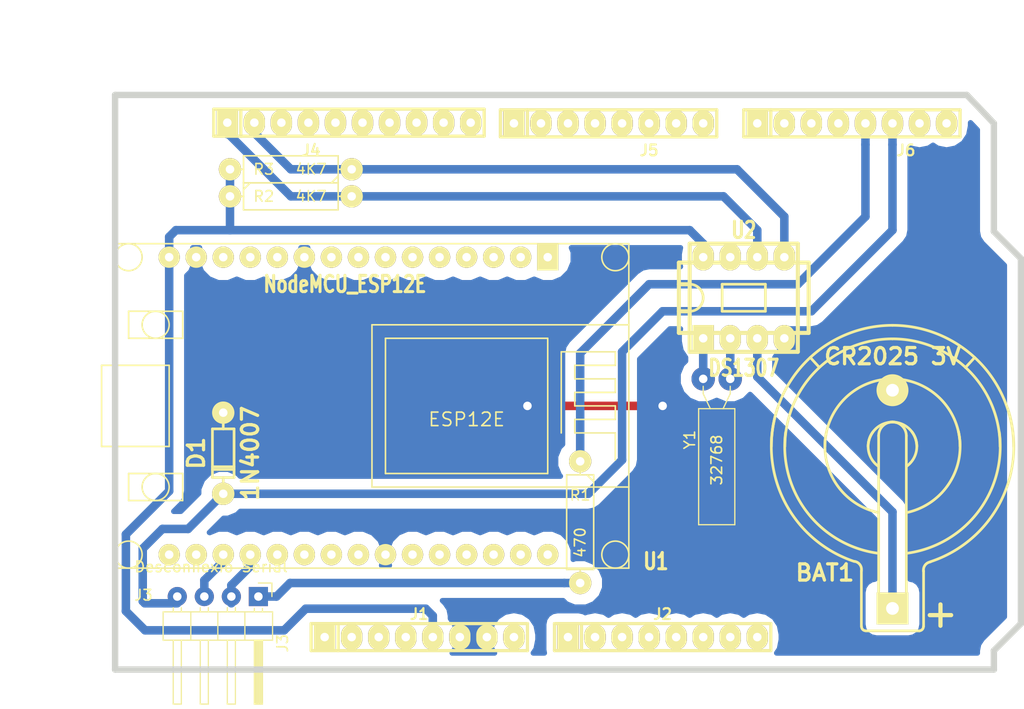
<source format=kicad_pcb>
(kicad_pcb (version 4) (host pcbnew 4.0.7)

  (general
    (links 24)
    (no_connects 0)
    (area 98.830001 57.62508 195.245001 124.082001)
    (thickness 1.6)
    (drawings 15)
    (tracks 106)
    (zones 0)
    (modules 14)
    (nets 73)
  )

  (page A4)
  (title_block
    (title "Control de luces exteriores con Arduino Mega")
    (date 2017-10-25)
    (company EV)
  )

  (layers
    (0 F.Cu signal)
    (31 B.Cu signal)
    (32 B.Adhes user)
    (33 F.Adhes user)
    (34 B.Paste user)
    (35 F.Paste user)
    (36 B.SilkS user)
    (37 F.SilkS user)
    (38 B.Mask user)
    (39 F.Mask user)
    (40 Dwgs.User user)
    (41 Cmts.User user)
    (42 Eco1.User user)
    (43 Eco2.User user)
    (44 Edge.Cuts user)
    (45 Margin user)
    (46 B.CrtYd user)
    (47 F.CrtYd user)
    (48 B.Fab user)
    (49 F.Fab user)
  )

  (setup
    (last_trace_width 0.25)
    (user_trace_width 1.2)
    (trace_clearance 0.2)
    (zone_clearance 1)
    (zone_45_only no)
    (trace_min 0.2)
    (segment_width 0.15)
    (edge_width 0.3)
    (via_size 0.6)
    (via_drill 0.4)
    (via_min_size 0.4)
    (via_min_drill 0.3)
    (uvia_size 0.3)
    (uvia_drill 0.1)
    (uvias_allowed no)
    (uvia_min_size 0.2)
    (uvia_min_drill 0.1)
    (pcb_text_width 0.3)
    (pcb_text_size 1.5 1.5)
    (mod_edge_width 0.15)
    (mod_text_size 1 1)
    (mod_text_width 0.15)
    (pad_size 2 2.4)
    (pad_drill 0.8)
    (pad_to_mask_clearance 0.2)
    (aux_axis_origin 0 0)
    (visible_elements FFFFFF7F)
    (pcbplotparams
      (layerselection 0x00030_80000001)
      (usegerberextensions false)
      (excludeedgelayer true)
      (linewidth 0.100000)
      (plotframeref false)
      (viasonmask false)
      (mode 1)
      (useauxorigin false)
      (hpglpennumber 1)
      (hpglpenspeed 20)
      (hpglpendiameter 15)
      (hpglpenoverlay 2)
      (psnegative false)
      (psa4output false)
      (plotreference true)
      (plotvalue true)
      (plotinvisibletext false)
      (padsonsilk false)
      (subtractmaskfromsilk false)
      (outputformat 1)
      (mirror false)
      (drillshape 1)
      (scaleselection 1)
      (outputdirectory ""))
  )

  (net 0 "")
  (net 1 "Net-(J1-Pad1)")
  (net 2 "Net-(J1-Pad2)")
  (net 3 "Net-(J1-Pad3)")
  (net 4 "Net-(J1-Pad4)")
  (net 5 GND)
  (net 6 "Net-(J1-Pad8)")
  (net 7 "Net-(J2-Pad1)")
  (net 8 "Net-(J2-Pad2)")
  (net 9 "Net-(J2-Pad3)")
  (net 10 "Net-(J2-Pad4)")
  (net 11 "Net-(J2-Pad5)")
  (net 12 "Net-(J2-Pad6)")
  (net 13 "Net-(J2-Pad7)")
  (net 14 "Net-(J2-Pad8)")
  (net 15 "Net-(J3-Pad3)")
  (net 16 "Net-(J4-Pad3)")
  (net 17 "Net-(J4-Pad4)")
  (net 18 "Net-(J4-Pad5)")
  (net 19 "Net-(J4-Pad6)")
  (net 20 "Net-(J4-Pad7)")
  (net 21 "Net-(J4-Pad8)")
  (net 22 "Net-(J5-Pad1)")
  (net 23 "Net-(J5-Pad2)")
  (net 24 "Net-(J5-Pad3)")
  (net 25 "Net-(J5-Pad4)")
  (net 26 Tx1)
  (net 27 Rx1)
  (net 28 "Net-(U1-Pad30)")
  (net 29 "Net-(U1-Pad29)")
  (net 30 "Net-(U1-Pad1)")
  (net 31 "Net-(U1-Pad2)")
  (net 32 "Net-(U1-Pad3)")
  (net 33 "Net-(U1-Pad4)")
  (net 34 "Net-(U1-Pad5)")
  (net 35 "Net-(U1-Pad6)")
  (net 36 "Net-(U1-Pad7)")
  (net 37 "Net-(U1-Pad8)")
  (net 38 "Net-(U1-Pad9)")
  (net 39 "Net-(U1-Pad11)")
  (net 40 "Net-(U1-Pad12)")
  (net 41 "Net-(U1-Pad13)")
  (net 42 "Net-(U1-Pad16)")
  (net 43 "Net-(U1-Pad20)")
  (net 44 "Net-(U1-Pad21)")
  (net 45 "Net-(U1-Pad22)")
  (net 46 "Net-(U1-Pad23)")
  (net 47 "Net-(U1-Pad25)")
  (net 48 "Net-(U1-Pad26)")
  (net 49 "Net-(U1-Pad27)")
  (net 50 "Net-(U1-Pad28)")
  (net 51 VDD)
  (net 52 /RxD0)
  (net 53 "Net-(BAT1-Pad1)")
  (net 54 SDA)
  (net 55 SCL)
  (net 56 "Net-(U2-Pad1)")
  (net 57 "Net-(U2-Pad2)")
  (net 58 "Net-(U2-Pad7)")
  (net 59 "Net-(J5-Pad7)")
  (net 60 "Net-(J5-Pad8)")
  (net 61 "Net-(U1-Pad17)")
  (net 62 "Net-(J3-Pad2)")
  (net 63 "Net-(J5-Pad5)")
  (net 64 "Net-(J5-Pad6)")
  (net 65 "Net-(J6-Pad1)")
  (net 66 "Net-(J6-Pad2)")
  (net 67 "Net-(J6-Pad3)")
  (net 68 "Net-(J6-Pad4)")
  (net 69 "Net-(J6-Pad7)")
  (net 70 "Net-(J6-Pad8)")
  (net 71 "Net-(J4-Pad9)")
  (net 72 "Net-(J4-Pad10)")

  (net_class Default "Esta es la clase de red por defecto."
    (clearance 0.2)
    (trace_width 0.25)
    (via_dia 0.6)
    (via_drill 0.4)
    (uvia_dia 0.3)
    (uvia_drill 0.1)
  )

  (net_class 0,8 ""
    (clearance 0.35)
    (trace_width 0.8)
    (via_dia 1.5)
    (via_drill 0.8)
    (uvia_dia 0.3)
    (uvia_drill 0.1)
    (add_net /RxD0)
    (add_net GND)
    (add_net "Net-(BAT1-Pad1)")
    (add_net "Net-(J1-Pad1)")
    (add_net "Net-(J1-Pad2)")
    (add_net "Net-(J1-Pad3)")
    (add_net "Net-(J1-Pad4)")
    (add_net "Net-(J1-Pad8)")
    (add_net "Net-(J2-Pad1)")
    (add_net "Net-(J2-Pad2)")
    (add_net "Net-(J2-Pad3)")
    (add_net "Net-(J2-Pad4)")
    (add_net "Net-(J2-Pad5)")
    (add_net "Net-(J2-Pad6)")
    (add_net "Net-(J2-Pad7)")
    (add_net "Net-(J2-Pad8)")
    (add_net "Net-(J3-Pad2)")
    (add_net "Net-(J3-Pad3)")
    (add_net "Net-(J4-Pad10)")
    (add_net "Net-(J4-Pad3)")
    (add_net "Net-(J4-Pad4)")
    (add_net "Net-(J4-Pad5)")
    (add_net "Net-(J4-Pad6)")
    (add_net "Net-(J4-Pad7)")
    (add_net "Net-(J4-Pad8)")
    (add_net "Net-(J4-Pad9)")
    (add_net "Net-(J5-Pad1)")
    (add_net "Net-(J5-Pad2)")
    (add_net "Net-(J5-Pad3)")
    (add_net "Net-(J5-Pad4)")
    (add_net "Net-(J5-Pad5)")
    (add_net "Net-(J5-Pad6)")
    (add_net "Net-(J5-Pad7)")
    (add_net "Net-(J5-Pad8)")
    (add_net "Net-(J6-Pad1)")
    (add_net "Net-(J6-Pad2)")
    (add_net "Net-(J6-Pad3)")
    (add_net "Net-(J6-Pad4)")
    (add_net "Net-(J6-Pad7)")
    (add_net "Net-(J6-Pad8)")
    (add_net "Net-(U1-Pad1)")
    (add_net "Net-(U1-Pad11)")
    (add_net "Net-(U1-Pad12)")
    (add_net "Net-(U1-Pad13)")
    (add_net "Net-(U1-Pad16)")
    (add_net "Net-(U1-Pad17)")
    (add_net "Net-(U1-Pad2)")
    (add_net "Net-(U1-Pad20)")
    (add_net "Net-(U1-Pad21)")
    (add_net "Net-(U1-Pad22)")
    (add_net "Net-(U1-Pad23)")
    (add_net "Net-(U1-Pad25)")
    (add_net "Net-(U1-Pad26)")
    (add_net "Net-(U1-Pad27)")
    (add_net "Net-(U1-Pad28)")
    (add_net "Net-(U1-Pad29)")
    (add_net "Net-(U1-Pad3)")
    (add_net "Net-(U1-Pad30)")
    (add_net "Net-(U1-Pad4)")
    (add_net "Net-(U1-Pad5)")
    (add_net "Net-(U1-Pad6)")
    (add_net "Net-(U1-Pad7)")
    (add_net "Net-(U1-Pad8)")
    (add_net "Net-(U1-Pad9)")
    (add_net "Net-(U2-Pad1)")
    (add_net "Net-(U2-Pad2)")
    (add_net "Net-(U2-Pad7)")
    (add_net Rx1)
    (add_net SCL)
    (add_net SDA)
    (add_net Tx1)
    (add_net VDD)
  )

  (module dil_8-300_socket (layer F.Cu) (tedit 5A09BC27) (tstamp 596FFE08)
    (at 168.91 85.09)
    (descr "IC, DIL8 x 0,3\", with socket")
    (tags DIL)
    (path /596E0D4D)
    (fp_text reference U2 (at 0 -6.35) (layer F.SilkS)
      (effects (font (size 1.524 1.143) (thickness 0.28702)))
    )
    (fp_text value DS1307 (at 0 6.604) (layer F.SilkS)
      (effects (font (size 1.524 1.143) (thickness 0.28702)))
    )
    (fp_line (start 2.032 1.27) (end -2.032 1.27) (layer F.SilkS) (width 0.254))
    (fp_line (start -2.032 -1.27) (end 2.032 -1.27) (layer F.SilkS) (width 0.254))
    (fp_line (start 5.08 5.08) (end -5.08 5.08) (layer F.SilkS) (width 0.381))
    (fp_line (start -6.096 3.302) (end 6.096 3.302) (layer F.SilkS) (width 0.381))
    (fp_line (start 5.08 -5.08) (end -5.08 -5.08) (layer F.SilkS) (width 0.381))
    (fp_line (start -6.096 -3.302) (end 6.096 -3.302) (layer F.SilkS) (width 0.381))
    (fp_arc (start -5.08 0) (end -5.08 -1.27) (angle 90) (layer F.SilkS) (width 0.254))
    (fp_arc (start -5.08 0) (end -3.81 0) (angle 90) (layer F.SilkS) (width 0.254))
    (fp_line (start -5.08 1.27) (end -6.096 1.27) (layer F.SilkS) (width 0.381))
    (fp_line (start -5.08 -1.27) (end -6.096 -1.27) (layer F.SilkS) (width 0.381))
    (fp_line (start -2.032 -1.27) (end -2.032 1.27) (layer F.SilkS) (width 0.254))
    (fp_line (start 2.032 1.27) (end 2.032 -1.27) (layer F.SilkS) (width 0.254))
    (fp_line (start 5.08 -5.08) (end 5.08 5.08) (layer F.SilkS) (width 0.381))
    (fp_line (start -5.08 5.08) (end -5.08 -5.08) (layer F.SilkS) (width 0.381))
    (fp_line (start 6.096 -3.302) (end 6.096 3.302) (layer F.SilkS) (width 0.381))
    (fp_line (start -6.096 3.302) (end -6.096 -3.302) (layer F.SilkS) (width 0.381))
    (pad 1 thru_hole rect (at -3.81 3.81) (size 2 2.5) (drill 0.8) (layers *.Cu *.Mask F.SilkS)
      (net 56 "Net-(U2-Pad1)"))
    (pad 2 thru_hole oval (at -1.27 3.81) (size 2 2.5) (drill 0.8) (layers *.Cu *.Mask F.SilkS)
      (net 57 "Net-(U2-Pad2)"))
    (pad 3 thru_hole oval (at 1.27 3.81) (size 2 2.5) (drill 0.8) (layers *.Cu *.Mask F.SilkS)
      (net 53 "Net-(BAT1-Pad1)"))
    (pad 4 thru_hole oval (at 3.81 3.81) (size 2 2.5) (drill 0.8) (layers *.Cu *.Mask F.SilkS)
      (net 5 GND))
    (pad 5 thru_hole oval (at 3.81 -3.81) (size 2 2.5) (drill 0.8) (layers *.Cu *.Mask F.SilkS)
      (net 54 SDA))
    (pad 6 thru_hole oval (at 1.27 -3.81) (size 2 2.5) (drill 0.8) (layers *.Cu *.Mask F.SilkS)
      (net 55 SCL))
    (pad 7 thru_hole oval (at -1.27 -3.81) (size 2 2.5) (drill 0.8) (layers *.Cu *.Mask F.SilkS)
      (net 58 "Net-(U2-Pad7)"))
    (pad 8 thru_hole oval (at -3.81 -3.81) (size 2 2.5) (drill 0.8) (layers *.Cu *.Mask F.SilkS)
      (net 51 VDD))
    (model pth_circuits/dil_8-300_socket.wrl
      (at (xyz 0 0 0))
      (scale (xyz 1 1 1))
      (rotate (xyz 0 0 0))
    )
  )

  (module NodeMCUESP12ELoLin (layer F.Cu) (tedit 5A09BBD1) (tstamp 59F081E7)
    (at 133.985 95.25 180)
    (tags NodeMCU)
    (path /596264A0)
    (fp_text reference U1 (at -26.67 -14.605 180) (layer F.SilkS)
      (effects (font (size 1.524 1.143) (thickness 0.28702)))
    )
    (fp_text value NodeMCU_ESP12E (at 2.54 11.43 180) (layer F.SilkS)
      (effects (font (size 1.524 1.143) (thickness 0.28575)))
    )
    (fp_circle (center -22.86 13.97) (end -22.86 15.24) (layer F.SilkS) (width 0.15))
    (fp_circle (center 22.86 13.97) (end 22.86 15.24) (layer F.SilkS) (width 0.15))
    (fp_circle (center 22.86 -13.97) (end 22.86 -12.7) (layer F.SilkS) (width 0.15))
    (fp_circle (center -22.86 -13.97) (end -21.59 -13.97) (layer F.SilkS) (width 0.15))
    (fp_line (start -22.86 -5.08) (end -22.86 -2.54) (layer F.SilkS) (width 0.15))
    (fp_line (start -22.86 -2.54) (end -19.05 -2.54) (layer F.SilkS) (width 0.15))
    (fp_line (start -19.05 -2.54) (end -19.05 -1.27) (layer F.SilkS) (width 0.15))
    (fp_line (start -19.05 -1.27) (end -22.86 -1.27) (layer F.SilkS) (width 0.15))
    (fp_line (start -22.86 -1.27) (end -22.86 0) (layer F.SilkS) (width 0.15))
    (fp_line (start -22.86 0) (end -19.05 0) (layer F.SilkS) (width 0.15))
    (fp_line (start -19.05 0) (end -19.05 1.27) (layer F.SilkS) (width 0.15))
    (fp_line (start -19.05 1.27) (end -22.86 1.27) (layer F.SilkS) (width 0.15))
    (fp_line (start -22.86 1.27) (end -22.86 2.54) (layer F.SilkS) (width 0.15))
    (fp_line (start -22.86 2.54) (end -19.05 2.54) (layer F.SilkS) (width 0.15))
    (fp_line (start -19.05 2.54) (end -19.05 3.81) (layer F.SilkS) (width 0.15))
    (fp_line (start -19.05 3.81) (end -22.86 3.81) (layer F.SilkS) (width 0.15))
    (fp_line (start -22.86 3.81) (end -22.86 5.08) (layer F.SilkS) (width 0.15))
    (fp_line (start -22.86 5.08) (end -17.78 5.08) (layer F.SilkS) (width 0.15))
    (fp_line (start -17.78 5.08) (end -17.78 -2.54) (layer F.SilkS) (width 0.15))
    (fp_text user ESP12E (at -8.89 -1.27 180) (layer F.SilkS)
      (effects (font (size 1.27 1.27) (thickness 0.15)))
    )
    (fp_line (start -1.27 6.35) (end -1.27 -6.35) (layer F.SilkS) (width 0.15))
    (fp_line (start -1.27 -6.35) (end -16.51 -6.35) (layer F.SilkS) (width 0.15))
    (fp_line (start -16.51 -6.35) (end -16.51 6.35) (layer F.SilkS) (width 0.15))
    (fp_line (start -16.51 6.35) (end -1.27 6.35) (layer F.SilkS) (width 0.15))
    (fp_line (start -24.13 7.62) (end 0 7.62) (layer F.SilkS) (width 0.15))
    (fp_line (start 0 7.62) (end 0 -7.62) (layer F.SilkS) (width 0.15))
    (fp_line (start 0 -7.62) (end -24.13 -7.62) (layer F.SilkS) (width 0.15))
    (fp_circle (center 20.32 7.62) (end 20.32 8.89) (layer F.SilkS) (width 0.15))
    (fp_circle (center 20.32 -7.62) (end 21.59 -7.62) (layer F.SilkS) (width 0.15))
    (fp_line (start 19.05 -6.35) (end 17.78 -6.35) (layer F.SilkS) (width 0.15))
    (fp_line (start 19.05 -8.89) (end 17.78 -8.89) (layer F.SilkS) (width 0.15))
    (fp_line (start 19.05 8.89) (end 17.78 8.89) (layer F.SilkS) (width 0.15))
    (fp_line (start 21.59 6.35) (end 22.86 6.35) (layer F.SilkS) (width 0.15))
    (fp_line (start 21.59 6.35) (end 17.78 6.35) (layer F.SilkS) (width 0.15))
    (fp_line (start 17.78 6.35) (end 17.78 8.89) (layer F.SilkS) (width 0.15))
    (fp_line (start 19.05 8.89) (end 22.86 8.89) (layer F.SilkS) (width 0.15))
    (fp_line (start 22.86 8.89) (end 22.86 6.35) (layer F.SilkS) (width 0.15))
    (fp_line (start 22.86 -8.89) (end 19.05 -8.89) (layer F.SilkS) (width 0.15))
    (fp_line (start 17.78 -8.89) (end 17.78 -6.35) (layer F.SilkS) (width 0.15))
    (fp_line (start 19.05 -6.35) (end 22.86 -6.35) (layer F.SilkS) (width 0.15))
    (fp_line (start 22.86 -6.35) (end 22.86 -8.89) (layer F.SilkS) (width 0.15))
    (fp_line (start 24.13 3.81) (end 19.05 3.81) (layer F.SilkS) (width 0.15))
    (fp_line (start 19.05 3.81) (end 19.05 -3.81) (layer F.SilkS) (width 0.15))
    (fp_line (start 19.05 -3.81) (end 25.4 -3.81) (layer F.SilkS) (width 0.15))
    (fp_line (start 25.4 -3.81) (end 25.4 3.81) (layer F.SilkS) (width 0.15))
    (fp_line (start 25.4 3.81) (end 24.13 3.81) (layer F.SilkS) (width 0.15))
    (fp_line (start -24.13 15.24) (end -24.13 -15.24) (layer F.SilkS) (width 0.15))
    (fp_line (start -24.13 -15.24) (end 24.13 -15.24) (layer F.SilkS) (width 0.15))
    (fp_line (start 24.13 -15.24) (end 24.13 15.24) (layer F.SilkS) (width 0.15))
    (fp_line (start 24.13 15.24) (end -24.13 15.24) (layer F.SilkS) (width 0.15))
    (pad 30 thru_hole circle (at -16.51 -13.97 180) (size 2 2) (drill 0.8) (layers *.Cu *.Mask F.SilkS)
      (net 28 "Net-(U1-Pad30)") (clearance 0.12))
    (pad 29 thru_hole circle (at -13.97 -13.97 180) (size 2 2) (drill 0.8) (layers *.Cu *.Mask F.SilkS)
      (net 29 "Net-(U1-Pad29)") (clearance 0.12))
    (pad 1 thru_hole rect (at -16.51 13.97 180) (size 2 2.5) (drill 0.8) (layers *.Cu *.Mask F.SilkS)
      (net 30 "Net-(U1-Pad1)") (clearance 0.12))
    (pad 2 thru_hole circle (at -13.97 13.97 180) (size 2 2) (drill 0.8) (layers *.Cu *.Mask F.SilkS)
      (net 31 "Net-(U1-Pad2)") (clearance 0.12))
    (pad 3 thru_hole circle (at -11.43 13.97 180) (size 2 2) (drill 0.8) (layers *.Cu *.Mask F.SilkS)
      (net 32 "Net-(U1-Pad3)") (clearance 0.12))
    (pad 4 thru_hole circle (at -8.89 13.97 180) (size 2 2) (drill 0.8) (layers *.Cu *.Mask F.SilkS)
      (net 33 "Net-(U1-Pad4)") (clearance 0.12))
    (pad 5 thru_hole circle (at -6.35 13.97 180) (size 2 2) (drill 0.8) (layers *.Cu *.Mask F.SilkS)
      (net 34 "Net-(U1-Pad5)") (clearance 0.12))
    (pad 6 thru_hole circle (at -3.81 13.97 180) (size 2 2) (drill 0.8) (layers *.Cu *.Mask F.SilkS)
      (net 35 "Net-(U1-Pad6)") (clearance 0.12))
    (pad 7 thru_hole circle (at -1.27 13.97 180) (size 2 2) (drill 0.8) (layers *.Cu *.Mask F.SilkS)
      (net 36 "Net-(U1-Pad7)") (clearance 0.12))
    (pad 8 thru_hole circle (at 1.27 13.97 180) (size 2 2) (drill 0.8) (layers *.Cu *.Mask F.SilkS)
      (net 37 "Net-(U1-Pad8)") (clearance 0.12))
    (pad 9 thru_hole circle (at 3.81 13.97 180) (size 2 2) (drill 0.8) (layers *.Cu *.Mask F.SilkS)
      (net 38 "Net-(U1-Pad9)") (clearance 0.12))
    (pad 10 thru_hole circle (at 6.35 13.97 180) (size 2 2) (drill 0.8) (layers *.Cu *.Mask F.SilkS)
      (net 5 GND) (clearance 0.12))
    (pad 11 thru_hole circle (at 8.89 13.97 180) (size 2 2) (drill 0.8) (layers *.Cu *.Mask F.SilkS)
      (net 39 "Net-(U1-Pad11)") (clearance 0.12))
    (pad 12 thru_hole circle (at 11.43 13.97 180) (size 2 2) (drill 0.8) (layers *.Cu *.Mask F.SilkS)
      (net 40 "Net-(U1-Pad12)") (clearance 0.12))
    (pad 13 thru_hole circle (at 13.97 13.97 180) (size 2 2) (drill 0.8) (layers *.Cu *.Mask F.SilkS)
      (net 41 "Net-(U1-Pad13)") (clearance 0.12))
    (pad 14 thru_hole circle (at 16.51 13.97 180) (size 2 2) (drill 0.8) (layers *.Cu *.Mask F.SilkS)
      (net 5 GND) (clearance 0.12))
    (pad 15 thru_hole circle (at 19.05 13.97 180) (size 2 2) (drill 0.8) (layers *.Cu *.Mask F.SilkS)
      (net 51 VDD) (clearance 0.12))
    (pad 16 thru_hole circle (at 19.05 -13.97 180) (size 2 2) (drill 0.8) (layers *.Cu *.Mask F.SilkS)
      (net 42 "Net-(U1-Pad16)") (clearance 0.12))
    (pad 17 thru_hole circle (at 16.51 -13.97 180) (size 2 2) (drill 0.8) (layers *.Cu *.Mask F.SilkS)
      (net 61 "Net-(U1-Pad17)") (clearance 0.12))
    (pad 18 thru_hole circle (at 13.97 -13.97 180) (size 2 2) (drill 0.8) (layers *.Cu *.Mask F.SilkS)
      (net 15 "Net-(J3-Pad3)") (clearance 0.12))
    (pad 19 thru_hole circle (at 11.43 -13.97 180) (size 2 2) (drill 0.8) (layers *.Cu *.Mask F.SilkS)
      (net 62 "Net-(J3-Pad2)") (clearance 0.12))
    (pad 20 thru_hole circle (at 8.89 -13.97 180) (size 2 2) (drill 0.8) (layers *.Cu *.Mask F.SilkS)
      (net 43 "Net-(U1-Pad20)") (clearance 0.12))
    (pad 21 thru_hole circle (at 6.35 -13.97 180) (size 2 2) (drill 0.8) (layers *.Cu *.Mask F.SilkS)
      (net 44 "Net-(U1-Pad21)") (clearance 0.12))
    (pad 22 thru_hole circle (at 3.81 -13.97 180) (size 2 2) (drill 0.8) (layers *.Cu *.Mask F.SilkS)
      (net 45 "Net-(U1-Pad22)") (clearance 0.12))
    (pad 23 thru_hole circle (at 1.27 -13.97 180) (size 2 2) (drill 0.8) (layers *.Cu *.Mask F.SilkS)
      (net 46 "Net-(U1-Pad23)") (clearance 0.12))
    (pad 24 thru_hole circle (at -1.27 -13.97 180) (size 2 2) (drill 0.8) (layers *.Cu *.Mask F.SilkS)
      (net 5 GND) (clearance 0.12))
    (pad 25 thru_hole circle (at -3.81 -13.97 180) (size 2 2) (drill 0.8) (layers *.Cu *.Mask F.SilkS)
      (net 47 "Net-(U1-Pad25)") (clearance 0.12))
    (pad 26 thru_hole circle (at -6.35 -13.97 180) (size 2 2) (drill 0.8) (layers *.Cu *.Mask F.SilkS)
      (net 48 "Net-(U1-Pad26)") (clearance 0.12))
    (pad 27 thru_hole circle (at -8.89 -13.97 180) (size 2 2) (drill 0.8) (layers *.Cu *.Mask F.SilkS)
      (net 49 "Net-(U1-Pad27)") (clearance 0.12))
    (pad 28 thru_hole circle (at -11.43 -13.97 180) (size 2 2) (drill 0.8) (layers *.Cu *.Mask F.SilkS)
      (net 50 "Net-(U1-Pad28)") (clearance 0.12))
  )

  (module w_battery_holders:keystone_103 (layer F.Cu) (tedit 596F4AB9) (tstamp 596FFDD2)
    (at 182.88 99.06 270)
    (descr "Keystone type 103 battery holder")
    (path /596E17D1)
    (fp_text reference BAT1 (at 11.8618 6.35 360) (layer F.SilkS)
      (effects (font (thickness 0.3048)))
    )
    (fp_text value "CR2025 3V" (at -8.4582 0 360) (layer F.SilkS)
      (effects (font (thickness 0.3048)))
    )
    (fp_line (start -8.3566 7.7216) (end -7.4422 6.8834) (layer F.SilkS) (width 0.254))
    (fp_line (start -8.3566 -7.7216) (end -7.4168 -6.858) (layer F.SilkS) (width 0.254))
    (fp_arc (start 0 0) (end -1.3716 -1.8288) (angle 90) (layer F.SilkS) (width 0.254))
    (fp_arc (start 0 0) (end 1.8288 1.3716) (angle 90) (layer F.SilkS) (width 0.254))
    (fp_arc (start 0 0) (end 0 2.286) (angle 90) (layer F.SilkS) (width 0.254))
    (fp_arc (start 0 0) (end -2.286 0) (angle 90) (layer F.SilkS) (width 0.254))
    (fp_arc (start 0 0) (end 6.1976 1.3716) (angle 90) (layer F.SilkS) (width 0.254))
    (fp_arc (start 0 0) (end -1.397 -6.1976) (angle 90) (layer F.SilkS) (width 0.254))
    (fp_arc (start 0 0) (end 0 6.35) (angle 90) (layer F.SilkS) (width 0.254))
    (fp_arc (start 0 0) (end -6.35 0.0254) (angle 90) (layer F.SilkS) (width 0.254))
    (fp_arc (start 0 0) (end -1.3462 -10.033) (angle 90) (layer F.SilkS) (width 0.254))
    (fp_arc (start 0 0) (end 10.033 1.3462) (angle 90) (layer F.SilkS) (width 0.254))
    (fp_arc (start 0 0) (end 0 10.1092) (angle 90) (layer F.SilkS) (width 0.254))
    (fp_arc (start 0 0) (end -10.1092 0) (angle 90) (layer F.SilkS) (width 0.254))
    (fp_line (start 11.684 -2.921) (end 16.891 -2.921) (layer F.SilkS) (width 0.254))
    (fp_arc (start 0 0) (end -3.5814 -10.8204) (angle 90) (layer F.SilkS) (width 0.254))
    (fp_line (start 16.891 2.921) (end 11.684 2.921) (layer F.SilkS) (width 0.254))
    (fp_arc (start 0 0) (end 10.795 3.6068) (angle 90) (layer F.SilkS) (width 0.254))
    (fp_line (start 17.3228 -2.54) (end 17.3228 2.4892) (layer F.SilkS) (width 0.254))
    (fp_arc (start 0 0) (end 0 11.3792) (angle 90) (layer F.SilkS) (width 0.254))
    (fp_arc (start 0 0) (end -11.3792 0) (angle 90) (layer F.SilkS) (width 0.254))
    (fp_line (start 15.19936 1.30048) (end -1.00076 1.30048) (layer F.SilkS) (width 0.254))
    (fp_line (start -1.00076 -1.30048) (end 15.19936 -1.30048) (layer F.SilkS) (width 0.254))
    (fp_arc (start 11.6078 -3.683) (end 11.7348 -2.921) (angle 90) (layer F.SilkS) (width 0.254))
    (fp_arc (start 11.557 3.683) (end 10.795 3.556) (angle 90) (layer F.SilkS) (width 0.254))
    (fp_line (start 14.83868 -4.5085) (end 16.8402 -4.5085) (layer F.SilkS) (width 0.39878))
    (fp_line (start 15.84198 -3.5052) (end 15.84198 -5.50926) (layer F.SilkS) (width 0.39878))
    (fp_arc (start -1.00076 0) (end -1.00076 1.30048) (angle 90) (layer F.SilkS) (width 0.254))
    (fp_arc (start -1.00076 0) (end -2.30124 0) (angle 90) (layer F.SilkS) (width 0.254))
    (fp_line (start 15.20698 -1.30048) (end 15.20698 1.30048) (layer F.SilkS) (width 0.254))
    (fp_arc (start 16.91386 2.50698) (end 17.31518 2.50698) (angle 90) (layer F.SilkS) (width 0.254))
    (fp_arc (start 16.91386 -2.50698) (end 16.91386 -2.9083) (angle 90) (layer F.SilkS) (width 0.254))
    (pad 2 thru_hole circle (at -5.2832 0 270) (size 3 3) (drill 1.2) (layers *.Cu *.Mask F.SilkS)
      (net 5 GND))
    (pad 1 thru_hole rect (at 15.2146 0 270) (size 3 3) (drill 1.2) (layers *.Cu *.Mask F.SilkS)
      (net 53 "Net-(BAT1-Pad1)"))
    (model battery_holders/keystone_103.wrl
      (at (xyz 0 0 0))
      (scale (xyz 1 1 1))
      (rotate (xyz 0 0 0))
    )
  )

  (module w_pin_strip:pin_socket_8 locked (layer F.Cu) (tedit 59DDDC26) (tstamp 596453F9)
    (at 161.29 116.967)
    (descr "Pin socket 8pin")
    (tags "CONN DEV")
    (path /59614461)
    (fp_text reference J2 (at 0 -2.159) (layer F.SilkS)
      (effects (font (size 1.016 1.016) (thickness 0.2032)))
    )
    (fp_text value "Analog input" (at 0.254 -3.556) (layer F.SilkS) hide
      (effects (font (size 1.016 0.889) (thickness 0.2032)))
    )
    (fp_line (start -7.62 -1.27) (end -7.62 1.27) (layer F.SilkS) (width 0.3048))
    (fp_line (start -10.16 -1.27) (end 10.16 -1.27) (layer F.SilkS) (width 0.3048))
    (fp_line (start 10.16 -1.27) (end 10.16 1.27) (layer F.SilkS) (width 0.3048))
    (fp_line (start 10.16 1.27) (end -10.16 1.27) (layer F.SilkS) (width 0.3048))
    (fp_line (start -10.16 1.27) (end -10.16 -1.27) (layer F.SilkS) (width 0.3048))
    (pad 1 thru_hole rect (at -8.89 0) (size 2 2.4) (drill 0.8) (layers *.Cu *.Mask F.SilkS)
      (net 7 "Net-(J2-Pad1)"))
    (pad 2 thru_hole oval (at -6.35 0) (size 2 2.4) (drill 0.8) (layers *.Cu *.Mask F.SilkS)
      (net 8 "Net-(J2-Pad2)"))
    (pad 3 thru_hole oval (at -3.81 0) (size 2 2.4) (drill 0.8) (layers *.Cu *.Mask F.SilkS)
      (net 9 "Net-(J2-Pad3)"))
    (pad 4 thru_hole oval (at -1.27 0) (size 2 2.4) (drill 0.8) (layers *.Cu *.Mask F.SilkS)
      (net 10 "Net-(J2-Pad4)"))
    (pad 5 thru_hole oval (at 1.27 0) (size 2 2.4) (drill 0.8) (layers *.Cu *.Mask F.SilkS)
      (net 11 "Net-(J2-Pad5)"))
    (pad 6 thru_hole oval (at 3.81 0) (size 2 2.4) (drill 0.8) (layers *.Cu *.Mask F.SilkS)
      (net 12 "Net-(J2-Pad6)"))
    (pad 7 thru_hole oval (at 6.35 0) (size 2 2.4) (drill 0.8) (layers *.Cu *.Mask F.SilkS)
      (net 13 "Net-(J2-Pad7)"))
    (pad 8 thru_hole oval (at 8.89 0) (size 2 2.4) (drill 0.8) (layers *.Cu *.Mask F.SilkS)
      (net 14 "Net-(J2-Pad8)"))
    (model pin_strip/pin_socket_8.wrl
      (at (xyz 0 0 0))
      (scale (xyz 1 1 1))
      (rotate (xyz 0 0 0))
    )
  )

  (module w_pin_strip:pin_socket_8 locked (layer F.Cu) (tedit 59DDDBBA) (tstamp 596453E8)
    (at 138.43 116.967)
    (descr "Pin socket 8pin")
    (tags "CONN DEV")
    (path /596144D0)
    (fp_text reference J1 (at 0 -2.159) (layer F.SilkS)
      (effects (font (size 1.016 1.016) (thickness 0.2032)))
    )
    (fp_text value Power (at 0.254 -3.556) (layer F.SilkS) hide
      (effects (font (size 1.016 0.889) (thickness 0.2032)))
    )
    (fp_line (start -7.62 -1.27) (end -7.62 1.27) (layer F.SilkS) (width 0.3048))
    (fp_line (start -10.16 -1.27) (end 10.16 -1.27) (layer F.SilkS) (width 0.3048))
    (fp_line (start 10.16 -1.27) (end 10.16 1.27) (layer F.SilkS) (width 0.3048))
    (fp_line (start 10.16 1.27) (end -10.16 1.27) (layer F.SilkS) (width 0.3048))
    (fp_line (start -10.16 1.27) (end -10.16 -1.27) (layer F.SilkS) (width 0.3048))
    (pad 1 thru_hole rect (at -8.89 0) (size 2 2.4) (drill 0.8) (layers *.Cu *.Mask F.SilkS)
      (net 1 "Net-(J1-Pad1)"))
    (pad 2 thru_hole oval (at -6.35 0) (size 2 2.4) (drill 0.8) (layers *.Cu *.Mask F.SilkS)
      (net 2 "Net-(J1-Pad2)"))
    (pad 3 thru_hole oval (at -3.81 0) (size 2 2.4) (drill 0.8) (layers *.Cu *.Mask F.SilkS)
      (net 3 "Net-(J1-Pad3)"))
    (pad 4 thru_hole oval (at -1.27 0) (size 2 2.4) (drill 0.8) (layers *.Cu *.Mask F.SilkS)
      (net 4 "Net-(J1-Pad4)"))
    (pad 5 thru_hole oval (at 1.27 0) (size 2 2.4) (drill 0.8) (layers *.Cu *.Mask F.SilkS)
      (net 51 VDD))
    (pad 6 thru_hole oval (at 3.81 0) (size 2 2.4) (drill 0.8) (layers *.Cu *.Mask F.SilkS)
      (net 5 GND))
    (pad 7 thru_hole oval (at 6.35 0) (size 2 2.4) (drill 0.8) (layers *.Cu *.Mask F.SilkS)
      (net 5 GND))
    (pad 8 thru_hole oval (at 8.89 0) (size 2 2.4) (drill 0.8) (layers *.Cu *.Mask F.SilkS)
      (net 6 "Net-(J1-Pad8)"))
    (model pin_strip/pin_socket_8.wrl
      (at (xyz 0 0 0))
      (scale (xyz 1 1 1))
      (rotate (xyz 0 0 0))
    )
  )

  (module w_pin_strip:pin_socket_8 locked (layer F.Cu) (tedit 59F061E2) (tstamp 5964542E)
    (at 179.07 68.707)
    (descr "Pin socket 8pin")
    (tags "CONN DEV")
    (path /59626CAE)
    (fp_text reference J6 (at 5.08 2.54) (layer F.SilkS)
      (effects (font (size 1.016 1.016) (thickness 0.2032)))
    )
    (fp_text value Comunicació (at 0.254 -3.556) (layer F.SilkS) hide
      (effects (font (size 1.016 0.889) (thickness 0.2032)))
    )
    (fp_line (start -7.62 -1.27) (end -7.62 1.27) (layer F.SilkS) (width 0.3048))
    (fp_line (start -10.16 -1.27) (end 10.16 -1.27) (layer F.SilkS) (width 0.3048))
    (fp_line (start 10.16 -1.27) (end 10.16 1.27) (layer F.SilkS) (width 0.3048))
    (fp_line (start 10.16 1.27) (end -10.16 1.27) (layer F.SilkS) (width 0.3048))
    (fp_line (start -10.16 1.27) (end -10.16 -1.27) (layer F.SilkS) (width 0.3048))
    (pad 1 thru_hole rect (at -8.89 0) (size 2 2.4) (drill 0.8) (layers *.Cu *.Mask F.SilkS)
      (net 65 "Net-(J6-Pad1)"))
    (pad 2 thru_hole oval (at -6.35 0) (size 2 2.4) (drill 0.8) (layers *.Cu *.Mask F.SilkS)
      (net 66 "Net-(J6-Pad2)"))
    (pad 3 thru_hole oval (at -3.81 0) (size 2 2.4) (drill 0.8) (layers *.Cu *.Mask F.SilkS)
      (net 67 "Net-(J6-Pad3)"))
    (pad 4 thru_hole oval (at -1.27 0) (size 2 2.4) (drill 0.8) (layers *.Cu *.Mask F.SilkS)
      (net 68 "Net-(J6-Pad4)"))
    (pad 5 thru_hole oval (at 1.27 0) (size 2 2.4) (drill 0.8) (layers *.Cu *.Mask F.SilkS)
      (net 26 Tx1))
    (pad 6 thru_hole oval (at 3.81 0) (size 2 2.4) (drill 0.8) (layers *.Cu *.Mask F.SilkS)
      (net 27 Rx1))
    (pad 7 thru_hole oval (at 6.35 0) (size 2 2.4) (drill 0.8) (layers *.Cu *.Mask F.SilkS)
      (net 69 "Net-(J6-Pad7)"))
    (pad 8 thru_hole oval (at 8.89 0) (size 2 2.4) (drill 0.8) (layers *.Cu *.Mask F.SilkS)
      (net 70 "Net-(J6-Pad8)") (clearance 0.15))
    (model pin_strip/pin_socket_8.wrl
      (at (xyz 0 0 0))
      (scale (xyz 1 1 1))
      (rotate (xyz 0 0 0))
    )
  )

  (module w_pin_strip:pin_socket_8 locked (layer F.Cu) (tedit 59F0621F) (tstamp 5964541D)
    (at 156.21 68.707)
    (descr "Pin socket 8pin")
    (tags "CONN DEV")
    (path /596145C9)
    (fp_text reference J5 (at 3.81 2.54) (layer F.SilkS)
      (effects (font (size 1.016 1.016) (thickness 0.2032)))
    )
    (fp_text value "Digital/PWM 1" (at 0.254 -3.556) (layer F.SilkS) hide
      (effects (font (size 1.016 0.889) (thickness 0.2032)))
    )
    (fp_line (start -7.62 -1.27) (end -7.62 1.27) (layer F.SilkS) (width 0.3048))
    (fp_line (start -10.16 -1.27) (end 10.16 -1.27) (layer F.SilkS) (width 0.3048))
    (fp_line (start 10.16 -1.27) (end 10.16 1.27) (layer F.SilkS) (width 0.3048))
    (fp_line (start 10.16 1.27) (end -10.16 1.27) (layer F.SilkS) (width 0.3048))
    (fp_line (start -10.16 1.27) (end -10.16 -1.27) (layer F.SilkS) (width 0.3048))
    (pad 1 thru_hole rect (at -8.89 0) (size 2 2.4) (drill 0.8) (layers *.Cu *.Mask F.SilkS)
      (net 22 "Net-(J5-Pad1)"))
    (pad 2 thru_hole oval (at -6.35 0) (size 2 2.4) (drill 0.8) (layers *.Cu *.Mask F.SilkS)
      (net 23 "Net-(J5-Pad2)"))
    (pad 3 thru_hole oval (at -3.81 0) (size 2 2.4) (drill 0.8) (layers *.Cu *.Mask F.SilkS)
      (net 24 "Net-(J5-Pad3)"))
    (pad 4 thru_hole oval (at -1.27 0) (size 2 2.4) (drill 0.8) (layers *.Cu *.Mask F.SilkS)
      (net 25 "Net-(J5-Pad4)"))
    (pad 5 thru_hole oval (at 1.27 0) (size 2 2.4) (drill 0.8) (layers *.Cu *.Mask F.SilkS)
      (net 63 "Net-(J5-Pad5)"))
    (pad 6 thru_hole oval (at 3.81 0) (size 2 2.4) (drill 0.8) (layers *.Cu *.Mask F.SilkS)
      (net 64 "Net-(J5-Pad6)"))
    (pad 7 thru_hole oval (at 6.35 0) (size 2 2.4) (drill 0.8) (layers *.Cu *.Mask F.SilkS)
      (net 59 "Net-(J5-Pad7)"))
    (pad 8 thru_hole oval (at 8.89 0) (size 2 2.4) (drill 0.8) (layers *.Cu *.Mask F.SilkS)
      (net 60 "Net-(J5-Pad8)"))
    (model pin_strip/pin_socket_8.wrl
      (at (xyz 0 0 0))
      (scale (xyz 1 1 1))
      (rotate (xyz 0 0 0))
    )
  )

  (module w_pin_strip:pin_socket_10 locked (layer F.Cu) (tedit 59F061D1) (tstamp 5964540C)
    (at 131.826 68.6435)
    (descr "Pin socket 10pin")
    (tags "CONN DEV")
    (path /59614694)
    (fp_text reference J4 (at -3.556 2.6035) (layer F.SilkS)
      (effects (font (size 1.016 1.016) (thickness 0.2032)))
    )
    (fp_text value "Digital/PWM 2" (at 0.254 -3.556) (layer F.SilkS) hide
      (effects (font (size 1.016 0.889) (thickness 0.2032)))
    )
    (fp_line (start -10.16 -1.27) (end -10.16 1.27) (layer F.SilkS) (width 0.3048))
    (fp_line (start -12.7 -1.27) (end 12.7 -1.27) (layer F.SilkS) (width 0.3048))
    (fp_line (start 12.7 -1.27) (end 12.7 1.27) (layer F.SilkS) (width 0.3048))
    (fp_line (start 12.7 1.27) (end -12.7 1.27) (layer F.SilkS) (width 0.3048))
    (fp_line (start -12.7 1.27) (end -12.7 -1.27) (layer F.SilkS) (width 0.3048))
    (pad 1 thru_hole rect (at -11.43 0) (size 2 2.4) (drill 0.8) (layers *.Cu *.Mask F.SilkS)
      (net 55 SCL))
    (pad 2 thru_hole oval (at -8.89 0) (size 2 2.4) (drill 0.8) (layers *.Cu *.Mask F.SilkS)
      (net 54 SDA) (clearance 0.15))
    (pad 3 thru_hole oval (at -6.35 0) (size 2 2.4) (drill 0.8) (layers *.Cu *.Mask F.SilkS)
      (net 16 "Net-(J4-Pad3)"))
    (pad 4 thru_hole oval (at -3.81 0) (size 2 2.4) (drill 0.8) (layers *.Cu *.Mask F.SilkS)
      (net 17 "Net-(J4-Pad4)"))
    (pad 5 thru_hole oval (at -1.27 0) (size 2 2.4) (drill 0.8) (layers *.Cu *.Mask F.SilkS)
      (net 18 "Net-(J4-Pad5)"))
    (pad 6 thru_hole oval (at 1.27 0) (size 2 2.4) (drill 0.8) (layers *.Cu *.Mask F.SilkS)
      (net 19 "Net-(J4-Pad6)"))
    (pad 7 thru_hole oval (at 3.81 0) (size 2 2.4) (drill 0.8) (layers *.Cu *.Mask F.SilkS)
      (net 20 "Net-(J4-Pad7)"))
    (pad 8 thru_hole oval (at 6.35 0) (size 2 2.4) (drill 0.8) (layers *.Cu *.Mask F.SilkS)
      (net 21 "Net-(J4-Pad8)"))
    (pad 9 thru_hole oval (at 8.89 0) (size 2 2.4) (drill 0.8) (layers *.Cu *.Mask F.SilkS)
      (net 71 "Net-(J4-Pad9)") (clearance 0.15))
    (pad 10 thru_hole oval (at 11.43 0) (size 2 2.4) (drill 0.8) (layers *.Cu *.Mask F.SilkS)
      (net 72 "Net-(J4-Pad10)") (clearance 0.15))
    (model pin_strip/pin_socket_10.wrl
      (at (xyz 0 0 0))
      (scale (xyz 1 1 1))
      (rotate (xyz 0 0 0))
    )
  )

  (module Crystals:Crystal_AT310_d3.0mm_l10.0mm_Horizontal (layer F.Cu) (tedit 596F1FB3) (tstamp 596FFE23)
    (at 165.1 92.71)
    (descr "Crystal THT AT310 10.0mm-10.5mm length 3.0mm diameter")
    (tags ['AT310'])
    (path /596E1758)
    (fp_text reference Y1 (at -1.27 5.715 90) (layer F.SilkS)
      (effects (font (size 1 1) (thickness 0.15)))
    )
    (fp_text value 32768 (at 1.27 7.62 90) (layer F.SilkS)
      (effects (font (size 1 1) (thickness 0.15)))
    )
    (fp_text user %R (at 1.25 8.75 90) (layer F.Fab)
      (effects (font (size 0.8 0.8) (thickness 0.12)))
    )
    (fp_line (start -0.23 3) (end -0.23 13.5) (layer F.Fab) (width 0.1))
    (fp_line (start -0.23 13.5) (end 2.77 13.5) (layer F.Fab) (width 0.1))
    (fp_line (start 2.77 13.5) (end 2.77 3) (layer F.Fab) (width 0.1))
    (fp_line (start 2.77 3) (end -0.23 3) (layer F.Fab) (width 0.1))
    (fp_line (start 0.67 3) (end 0 1.5) (layer F.Fab) (width 0.1))
    (fp_line (start 0 1.5) (end 0 0) (layer F.Fab) (width 0.1))
    (fp_line (start 1.87 3) (end 2.54 1.5) (layer F.Fab) (width 0.1))
    (fp_line (start 2.54 1.5) (end 2.54 0) (layer F.Fab) (width 0.1))
    (fp_line (start -0.43 2.8) (end -0.43 13.7) (layer F.SilkS) (width 0.12))
    (fp_line (start -0.43 13.7) (end 2.97 13.7) (layer F.SilkS) (width 0.12))
    (fp_line (start 2.97 13.7) (end 2.97 2.8) (layer F.SilkS) (width 0.12))
    (fp_line (start 2.97 2.8) (end -0.43 2.8) (layer F.SilkS) (width 0.12))
    (fp_line (start 0.67 2.8) (end 0 1.4) (layer F.SilkS) (width 0.12))
    (fp_line (start 0 1.4) (end 0 0.7) (layer F.SilkS) (width 0.12))
    (fp_line (start 1.87 2.8) (end 2.54 1.4) (layer F.SilkS) (width 0.12))
    (fp_line (start 2.54 1.4) (end 2.54 0.7) (layer F.SilkS) (width 0.12))
    (fp_line (start -1 -0.8) (end -1 14.3) (layer F.CrtYd) (width 0.05))
    (fp_line (start -1 14.3) (end 3.6 14.3) (layer F.CrtYd) (width 0.05))
    (fp_line (start 3.6 14.3) (end 3.6 -0.8) (layer F.CrtYd) (width 0.05))
    (fp_line (start 3.6 -0.8) (end -1 -0.8) (layer F.CrtYd) (width 0.05))
    (pad 1 thru_hole circle (at 0 0) (size 2.2 2.2) (drill 0.8) (layers *.Cu *.Mask)
      (net 56 "Net-(U2-Pad1)") (clearance 0.15))
    (pad 2 thru_hole circle (at 2.54 0) (size 2.2 2.2) (drill 0.8) (layers *.Cu *.Mask)
      (net 57 "Net-(U2-Pad2)") (clearance 0.15))
    (model ${KISYS3DMOD}/Crystals.3dshapes/Crystal_AT310_d3.0mm_l10.0mm_Horizontal.wrl
      (at (xyz 0.05 0 0))
      (scale (xyz 1 1 1))
      (rotate (xyz 0 0 0))
    )
  )

  (module w_pth_resistors:RC05 (layer F.Cu) (tedit 5963842F) (tstamp 59645483)
    (at 153.543 106.172 270)
    (path /59633689)
    (fp_text reference R1 (at -2.54 0 360) (layer F.SilkS)
      (effects (font (size 1 1) (thickness 0.15)))
    )
    (fp_text value 470 (at 1.905 0 270) (layer F.SilkS)
      (effects (font (size 1 1) (thickness 0.15)))
    )
    (fp_line (start -4.445 -1.27) (end -4.445 1.27) (layer F.SilkS) (width 0.15))
    (fp_line (start -4.445 1.27) (end 4.445 1.27) (layer F.SilkS) (width 0.15))
    (fp_line (start 4.445 1.27) (end 4.445 -1.27) (layer F.SilkS) (width 0.15))
    (fp_line (start 4.445 -1.27) (end -4.445 -1.27) (layer F.SilkS) (width 0.15))
    (fp_line (start -4.445 -0.635) (end -3.81 -1.27) (layer F.SilkS) (width 0.15))
    (fp_line (start -4.445 0) (end -5.715 0) (layer F.SilkS) (width 0.15))
    (fp_line (start 4.445 0) (end 5.715 0) (layer F.SilkS) (width 0.15))
    (pad 1 thru_hole circle (at -5.715 0 270) (size 2.1 2.1) (drill 0.8) (layers *.Cu *.Mask F.SilkS)
      (net 26 Tx1))
    (pad 2 thru_hole circle (at 5.715 0 270) (size 2.1 2.1) (drill 0.8) (layers *.Cu *.Mask F.SilkS)
      (net 52 /RxD0))
    (model pth_resistors/rc05.wrl
      (at (xyz 0 0 0))
      (scale (xyz 1.13 1 1))
      (rotate (xyz 0 0 0))
    )
  )

  (module w_pth_resistors:RC05 (layer F.Cu) (tedit 59F06164) (tstamp 596FFDDF)
    (at 126.365 75.565)
    (path /596E1375)
    (fp_text reference R2 (at -2.54 0) (layer F.SilkS)
      (effects (font (size 1 1) (thickness 0.15)))
    )
    (fp_text value 4K7 (at 1.905 0) (layer F.SilkS)
      (effects (font (size 1 1) (thickness 0.15)))
    )
    (fp_line (start -4.445 -1.27) (end -4.445 1.27) (layer F.SilkS) (width 0.15))
    (fp_line (start -4.445 1.27) (end 4.445 1.27) (layer F.SilkS) (width 0.15))
    (fp_line (start 4.445 1.27) (end 4.445 -1.27) (layer F.SilkS) (width 0.15))
    (fp_line (start 4.445 -1.27) (end -4.445 -1.27) (layer F.SilkS) (width 0.15))
    (fp_line (start -4.445 -0.635) (end -3.81 -1.27) (layer F.SilkS) (width 0.15))
    (fp_line (start -4.445 0) (end -5.715 0) (layer F.SilkS) (width 0.15))
    (fp_line (start 4.445 0) (end 5.715 0) (layer F.SilkS) (width 0.15))
    (pad 1 thru_hole circle (at -5.715 0) (size 2.1 2.1) (drill 0.8) (layers *.Cu *.Mask F.SilkS)
      (net 51 VDD) (clearance 0.15))
    (pad 2 thru_hole circle (at 5.715 0) (size 2.1 2.1) (drill 0.8) (layers *.Cu *.Mask F.SilkS)
      (net 55 SCL) (clearance 0.15))
    (model pth_resistors/rc05.wrl
      (at (xyz 0 0 0))
      (scale (xyz 1.13 1 1))
      (rotate (xyz 0 0 0))
    )
  )

  (module w_pth_resistors:RC05 (layer F.Cu) (tedit 59F0615C) (tstamp 596FFDEC)
    (at 126.365 73.025 180)
    (path /596E12F7)
    (fp_text reference R3 (at 2.54 0 180) (layer F.SilkS)
      (effects (font (size 1 1) (thickness 0.15)))
    )
    (fp_text value 4K7 (at -1.905 0 180) (layer F.SilkS)
      (effects (font (size 1 1) (thickness 0.15)))
    )
    (fp_line (start -4.445 -1.27) (end -4.445 1.27) (layer F.SilkS) (width 0.15))
    (fp_line (start -4.445 1.27) (end 4.445 1.27) (layer F.SilkS) (width 0.15))
    (fp_line (start 4.445 1.27) (end 4.445 -1.27) (layer F.SilkS) (width 0.15))
    (fp_line (start 4.445 -1.27) (end -4.445 -1.27) (layer F.SilkS) (width 0.15))
    (fp_line (start -4.445 -0.635) (end -3.81 -1.27) (layer F.SilkS) (width 0.15))
    (fp_line (start -4.445 0) (end -5.715 0) (layer F.SilkS) (width 0.15))
    (fp_line (start 4.445 0) (end 5.715 0) (layer F.SilkS) (width 0.15))
    (pad 1 thru_hole circle (at -5.715 0 180) (size 2.1 2.1) (drill 0.8) (layers *.Cu *.Mask F.SilkS)
      (net 54 SDA) (clearance 0.15))
    (pad 2 thru_hole circle (at 5.715 0 180) (size 2.1 2.1) (drill 0.8) (layers *.Cu *.Mask F.SilkS)
      (net 51 VDD) (clearance 0.15))
    (model pth_resistors/rc05.wrl
      (at (xyz 0 0 0))
      (scale (xyz 1.13 1 1))
      (rotate (xyz 0 0 0))
    )
  )

  (module w_pth_diodes:diode_do35 (layer F.Cu) (tedit 59F06124) (tstamp 59C65BB0)
    (at 120.015 99.695 270)
    (descr "Diode, DO-35 package")
    (path /59C65AF1)
    (fp_text reference D1 (at 0 2.54 270) (layer F.SilkS)
      (effects (font (thickness 0.3048)))
    )
    (fp_text value 1N4007 (at 0 -2.54 270) (layer F.SilkS)
      (effects (font (thickness 0.3048)))
    )
    (fp_line (start 1.524 1.016) (end 1.524 -1.016) (layer F.SilkS) (width 0.254))
    (fp_line (start 1.27 -1.016) (end 1.27 1.016) (layer F.SilkS) (width 0.254))
    (fp_line (start 3.81 0) (end 2.286 0) (layer F.SilkS) (width 0.254))
    (fp_line (start -2.286 0) (end -3.81 0) (layer F.SilkS) (width 0.254))
    (fp_line (start -2.286 -1.016) (end 2.286 -1.016) (layer F.SilkS) (width 0.254))
    (fp_line (start 2.286 -1.016) (end 2.286 1.016) (layer F.SilkS) (width 0.254))
    (fp_line (start 2.286 1.016) (end -2.286 1.016) (layer F.SilkS) (width 0.254))
    (fp_line (start -2.286 1.016) (end -2.286 -1.016) (layer F.SilkS) (width 0.254))
    (pad 1 thru_hole circle (at -3.81 0 270) (size 2.1 2.1) (drill 0.8) (layers *.Cu *.Mask F.SilkS)
      (net 5 GND))
    (pad 2 thru_hole circle (at 3.81 0 270) (size 2.1 2.1) (drill 0.8) (layers *.Cu *.Mask F.SilkS)
      (net 27 Rx1))
    (model pth_diodes/diode_do35.wrl
      (at (xyz 0 0 0))
      (scale (xyz 1 1 1))
      (rotate (xyz 0 0 0))
    )
  )

  (module Pin_Headers:Pin_Header_Angled_1x04_Pitch2.54mm (layer F.Cu) (tedit 59F061AE) (tstamp 59C6D380)
    (at 123.317 113.157 270)
    (descr "Through hole angled pin header, 1x04, 2.54mm pitch, 6mm pin length, single row")
    (tags "Through hole angled pin header THT 1x04 2.54mm single row")
    (path /59C6A16D)
    (fp_text reference J3 (at 4.385 -2.27 270) (layer F.SilkS)
      (effects (font (size 1 1) (thickness 0.15)))
    )
    (fp_text value "Desconnexió Serial" (at -2.794 4.445 360) (layer F.SilkS)
      (effects (font (size 1 1) (thickness 0.15)))
    )
    (fp_line (start 2.135 -1.27) (end 4.04 -1.27) (layer F.Fab) (width 0.1))
    (fp_line (start 4.04 -1.27) (end 4.04 8.89) (layer F.Fab) (width 0.1))
    (fp_line (start 4.04 8.89) (end 1.5 8.89) (layer F.Fab) (width 0.1))
    (fp_line (start 1.5 8.89) (end 1.5 -0.635) (layer F.Fab) (width 0.1))
    (fp_line (start 1.5 -0.635) (end 2.135 -1.27) (layer F.Fab) (width 0.1))
    (fp_line (start -0.32 -0.32) (end 1.5 -0.32) (layer F.Fab) (width 0.1))
    (fp_line (start -0.32 -0.32) (end -0.32 0.32) (layer F.Fab) (width 0.1))
    (fp_line (start -0.32 0.32) (end 1.5 0.32) (layer F.Fab) (width 0.1))
    (fp_line (start 4.04 -0.32) (end 10.04 -0.32) (layer F.Fab) (width 0.1))
    (fp_line (start 10.04 -0.32) (end 10.04 0.32) (layer F.Fab) (width 0.1))
    (fp_line (start 4.04 0.32) (end 10.04 0.32) (layer F.Fab) (width 0.1))
    (fp_line (start -0.32 2.22) (end 1.5 2.22) (layer F.Fab) (width 0.1))
    (fp_line (start -0.32 2.22) (end -0.32 2.86) (layer F.Fab) (width 0.1))
    (fp_line (start -0.32 2.86) (end 1.5 2.86) (layer F.Fab) (width 0.1))
    (fp_line (start 4.04 2.22) (end 10.04 2.22) (layer F.Fab) (width 0.1))
    (fp_line (start 10.04 2.22) (end 10.04 2.86) (layer F.Fab) (width 0.1))
    (fp_line (start 4.04 2.86) (end 10.04 2.86) (layer F.Fab) (width 0.1))
    (fp_line (start -0.32 4.76) (end 1.5 4.76) (layer F.Fab) (width 0.1))
    (fp_line (start -0.32 4.76) (end -0.32 5.4) (layer F.Fab) (width 0.1))
    (fp_line (start -0.32 5.4) (end 1.5 5.4) (layer F.Fab) (width 0.1))
    (fp_line (start 4.04 4.76) (end 10.04 4.76) (layer F.Fab) (width 0.1))
    (fp_line (start 10.04 4.76) (end 10.04 5.4) (layer F.Fab) (width 0.1))
    (fp_line (start 4.04 5.4) (end 10.04 5.4) (layer F.Fab) (width 0.1))
    (fp_line (start -0.32 7.3) (end 1.5 7.3) (layer F.Fab) (width 0.1))
    (fp_line (start -0.32 7.3) (end -0.32 7.94) (layer F.Fab) (width 0.1))
    (fp_line (start -0.32 7.94) (end 1.5 7.94) (layer F.Fab) (width 0.1))
    (fp_line (start 4.04 7.3) (end 10.04 7.3) (layer F.Fab) (width 0.1))
    (fp_line (start 10.04 7.3) (end 10.04 7.94) (layer F.Fab) (width 0.1))
    (fp_line (start 4.04 7.94) (end 10.04 7.94) (layer F.Fab) (width 0.1))
    (fp_line (start 1.44 -1.33) (end 1.44 8.95) (layer F.SilkS) (width 0.12))
    (fp_line (start 1.44 8.95) (end 4.1 8.95) (layer F.SilkS) (width 0.12))
    (fp_line (start 4.1 8.95) (end 4.1 -1.33) (layer F.SilkS) (width 0.12))
    (fp_line (start 4.1 -1.33) (end 1.44 -1.33) (layer F.SilkS) (width 0.12))
    (fp_line (start 4.1 -0.38) (end 10.1 -0.38) (layer F.SilkS) (width 0.12))
    (fp_line (start 10.1 -0.38) (end 10.1 0.38) (layer F.SilkS) (width 0.12))
    (fp_line (start 10.1 0.38) (end 4.1 0.38) (layer F.SilkS) (width 0.12))
    (fp_line (start 4.1 -0.32) (end 10.1 -0.32) (layer F.SilkS) (width 0.12))
    (fp_line (start 4.1 -0.2) (end 10.1 -0.2) (layer F.SilkS) (width 0.12))
    (fp_line (start 4.1 -0.08) (end 10.1 -0.08) (layer F.SilkS) (width 0.12))
    (fp_line (start 4.1 0.04) (end 10.1 0.04) (layer F.SilkS) (width 0.12))
    (fp_line (start 4.1 0.16) (end 10.1 0.16) (layer F.SilkS) (width 0.12))
    (fp_line (start 4.1 0.28) (end 10.1 0.28) (layer F.SilkS) (width 0.12))
    (fp_line (start 1.11 -0.38) (end 1.44 -0.38) (layer F.SilkS) (width 0.12))
    (fp_line (start 1.11 0.38) (end 1.44 0.38) (layer F.SilkS) (width 0.12))
    (fp_line (start 1.44 1.27) (end 4.1 1.27) (layer F.SilkS) (width 0.12))
    (fp_line (start 4.1 2.16) (end 10.1 2.16) (layer F.SilkS) (width 0.12))
    (fp_line (start 10.1 2.16) (end 10.1 2.92) (layer F.SilkS) (width 0.12))
    (fp_line (start 10.1 2.92) (end 4.1 2.92) (layer F.SilkS) (width 0.12))
    (fp_line (start 1.042929 2.16) (end 1.44 2.16) (layer F.SilkS) (width 0.12))
    (fp_line (start 1.042929 2.92) (end 1.44 2.92) (layer F.SilkS) (width 0.12))
    (fp_line (start 1.44 3.81) (end 4.1 3.81) (layer F.SilkS) (width 0.12))
    (fp_line (start 4.1 4.7) (end 10.1 4.7) (layer F.SilkS) (width 0.12))
    (fp_line (start 10.1 4.7) (end 10.1 5.46) (layer F.SilkS) (width 0.12))
    (fp_line (start 10.1 5.46) (end 4.1 5.46) (layer F.SilkS) (width 0.12))
    (fp_line (start 1.042929 4.7) (end 1.44 4.7) (layer F.SilkS) (width 0.12))
    (fp_line (start 1.042929 5.46) (end 1.44 5.46) (layer F.SilkS) (width 0.12))
    (fp_line (start 1.44 6.35) (end 4.1 6.35) (layer F.SilkS) (width 0.12))
    (fp_line (start 4.1 7.24) (end 10.1 7.24) (layer F.SilkS) (width 0.12))
    (fp_line (start 10.1 7.24) (end 10.1 8) (layer F.SilkS) (width 0.12))
    (fp_line (start 10.1 8) (end 4.1 8) (layer F.SilkS) (width 0.12))
    (fp_line (start 1.042929 7.24) (end 1.44 7.24) (layer F.SilkS) (width 0.12))
    (fp_line (start 1.042929 8) (end 1.44 8) (layer F.SilkS) (width 0.12))
    (fp_line (start -1.27 0) (end -1.27 -1.27) (layer F.SilkS) (width 0.12))
    (fp_line (start -1.27 -1.27) (end 0 -1.27) (layer F.SilkS) (width 0.12))
    (fp_line (start -1.8 -1.8) (end -1.8 9.4) (layer F.CrtYd) (width 0.05))
    (fp_line (start -1.8 9.4) (end 10.55 9.4) (layer F.CrtYd) (width 0.05))
    (fp_line (start 10.55 9.4) (end 10.55 -1.8) (layer F.CrtYd) (width 0.05))
    (fp_line (start 10.55 -1.8) (end -1.8 -1.8) (layer F.CrtYd) (width 0.05))
    (fp_text user %R (at -0.127 10.795 360) (layer F.SilkS)
      (effects (font (size 1 1) (thickness 0.15)))
    )
    (pad 1 thru_hole rect (at 0 0 270) (size 1.8 1.8) (drill 0.8) (layers *.Cu *.Mask)
      (net 52 /RxD0))
    (pad 2 thru_hole oval (at 0 2.54 270) (size 1.8 1.8) (drill 0.8) (layers *.Cu *.Mask)
      (net 62 "Net-(J3-Pad2)"))
    (pad 3 thru_hole oval (at 0 5.08 270) (size 1.8 1.8) (drill 0.8) (layers *.Cu *.Mask)
      (net 15 "Net-(J3-Pad3)"))
    (pad 4 thru_hole oval (at 0 7.62 270) (size 1.8 1.8) (drill 0.8) (layers *.Cu *.Mask)
      (net 27 Rx1))
    (model ${KISYS3DMOD}/Pin_Headers.3dshapes/Pin_Header_Angled_1x04_Pitch2.54mm.wrl
      (at (xyz 0 -0.15 0))
      (scale (xyz 1 1 1))
      (rotate (xyz 0 0 90))
    )
  )

  (gr_line (start 172.72 119.38) (end 100.965 119.507) (angle 90) (layer Dwgs.User) (width 0.15))
  (gr_line (start 172.72 66.802) (end 172.72 119.38) (angle 90) (layer Dwgs.User) (width 0.15))
  (gr_line (start 100.965 66.802) (end 172.72 66.675) (angle 90) (layer Dwgs.User) (width 0.15))
  (gr_line (start 100.965 119.38) (end 100.965 66.802) (angle 90) (layer Dwgs.User) (width 0.15))
  (dimension 53.848 (width 0.3) (layer Dwgs.User)
    (gr_text "53,848 mm" (at 105.33 93.091 270) (layer Dwgs.User)
      (effects (font (size 1.5 1.5) (thickness 0.3)))
    )
    (feature1 (pts (xy 108.585 120.015) (xy 103.98 120.015)))
    (feature2 (pts (xy 108.585 66.167) (xy 103.98 66.167)))
    (crossbar (pts (xy 106.68 66.167) (xy 106.68 120.015)))
    (arrow1a (pts (xy 106.68 120.015) (xy 106.093579 118.888496)))
    (arrow1b (pts (xy 106.68 120.015) (xy 107.266421 118.888496)))
    (arrow2a (pts (xy 106.68 66.167) (xy 106.093579 67.293504)))
    (arrow2b (pts (xy 106.68 66.167) (xy 107.266421 67.293504)))
  )
  (dimension 85.09 (width 0.3) (layer Dwgs.User)
    (gr_text "85,090 mm" (at 152.4 58.97508) (layer Dwgs.User) (tstamp 59F05DE8)
      (effects (font (size 1.5 1.5) (thickness 0.3)))
    )
    (feature1 (pts (xy 194.945 64.77) (xy 194.945 57.62508)))
    (feature2 (pts (xy 109.855 64.77) (xy 109.855 57.62508)))
    (crossbar (pts (xy 109.855 60.32508) (xy 194.945 60.32508)))
    (arrow1a (pts (xy 194.945 60.32508) (xy 193.818496 60.911501)))
    (arrow1b (pts (xy 194.945 60.32508) (xy 193.818496 59.738659)))
    (arrow2a (pts (xy 109.855 60.32508) (xy 110.981504 60.911501)))
    (arrow2b (pts (xy 109.855 60.32508) (xy 110.981504 59.738659)))
  )
  (gr_line (start 192.405 120.015) (end 109.855 120.015) (angle 90) (layer Edge.Cuts) (width 0.6))
  (gr_line (start 192.405 118.237) (end 192.405 120.015) (angle 90) (layer Edge.Cuts) (width 0.6))
  (gr_line (start 194.945 115.697) (end 192.405 118.237) (angle 90) (layer Edge.Cuts) (width 0.6))
  (gr_line (start 194.945 81.407) (end 194.945 115.697) (angle 90) (layer Edge.Cuts) (width 0.6))
  (gr_line (start 192.405 78.867) (end 194.945 81.407) (angle 90) (layer Edge.Cuts) (width 0.6))
  (gr_line (start 192.405 68.707) (end 192.405 78.867) (angle 90) (layer Edge.Cuts) (width 0.6))
  (gr_line (start 189.865 66.04) (end 192.405 68.707) (angle 90) (layer Edge.Cuts) (width 0.6))
  (gr_line (start 109.855 66.04) (end 189.865 66.04) (angle 90) (layer Edge.Cuts) (width 0.6))
  (gr_line (start 109.855 120.015) (end 109.855 66.04) (angle 90) (layer Edge.Cuts) (width 0.6))

  (segment (start 148.59 95.25) (end 120.65 95.25) (width 0.8) (layer B.Cu) (net 5))
  (segment (start 120.65 95.25) (end 120.015 95.885) (width 0.8) (layer B.Cu) (net 5))
  (via (at 148.59 95.25) (size 1.5) (drill 0.8) (layers F.Cu B.Cu) (net 5))
  (segment (start 161.29 95.25) (end 148.59 95.25) (width 0.8) (layer F.Cu) (net 5))
  (segment (start 161.29 111.76) (end 172.72 111.76) (width 0.8) (layer B.Cu) (net 5))
  (segment (start 157.48 111.76) (end 161.29 111.76) (width 0.8) (layer B.Cu) (net 5))
  (segment (start 161.29 111.76) (end 161.29 95.25) (width 0.8) (layer B.Cu) (net 5))
  (via (at 161.29 95.25) (size 1.5) (drill 0.8) (layers F.Cu B.Cu) (net 5))
  (segment (start 187.96 114.3) (end 187.96 98.8568) (width 0.8) (layer B.Cu) (net 5))
  (segment (start 172.72 111.76) (end 179.07 118.11) (width 0.8) (layer B.Cu) (net 5))
  (segment (start 179.07 118.11) (end 184.15 118.11) (width 0.8) (layer B.Cu) (net 5))
  (segment (start 184.15 118.11) (end 187.96 114.3) (width 0.8) (layer B.Cu) (net 5))
  (segment (start 187.96 98.8568) (end 184.379999 95.276799) (width 0.8) (layer B.Cu) (net 5))
  (segment (start 184.379999 95.276799) (end 182.88 93.7768) (width 0.8) (layer B.Cu) (net 5))
  (segment (start 182.88 93.7768) (end 178.0032 88.9) (width 0.8) (layer B.Cu) (net 5))
  (segment (start 178.0032 88.9) (end 172.72 88.9) (width 0.8) (layer B.Cu) (net 5))
  (segment (start 156.21 106.045) (end 135.89 106.045) (width 0.8) (layer B.Cu) (net 5))
  (segment (start 146.05 114.3) (end 154.94 114.3) (width 0.8) (layer B.Cu) (net 5))
  (segment (start 154.94 114.3) (end 157.48 111.76) (width 0.8) (layer B.Cu) (net 5))
  (segment (start 157.48 111.76) (end 157.48 107.315) (width 0.8) (layer B.Cu) (net 5))
  (segment (start 157.48 107.315) (end 156.21 106.045) (width 0.8) (layer B.Cu) (net 5))
  (segment (start 144.78 116.967) (end 144.78 115.57) (width 0.8) (layer B.Cu) (net 5))
  (segment (start 144.78 115.57) (end 146.05 114.3) (width 0.8) (layer B.Cu) (net 5))
  (segment (start 135.255 106.68) (end 135.255 109.22) (width 0.8) (layer B.Cu) (net 5))
  (segment (start 135.89 106.045) (end 135.255 106.68) (width 0.8) (layer B.Cu) (net 5))
  (segment (start 142.24 116.967) (end 142.24 116.944245) (width 0.8) (layer B.Cu) (net 5))
  (segment (start 144.78 116.967) (end 144.78 116.667) (width 0.8) (layer B.Cu) (net 5) (status 30))
  (segment (start 142.24 116.967) (end 144.78 116.967) (width 1.2) (layer B.Cu) (net 5) (status 30))
  (segment (start 120.015 95.885) (end 120.015 86.995) (width 0.8) (layer B.Cu) (net 5))
  (segment (start 120.015 86.995) (end 118.11 85.09) (width 0.8) (layer B.Cu) (net 5) (tstamp 59F08270))
  (segment (start 117.475 81.28) (end 117.475 84.455) (width 0.8) (layer B.Cu) (net 5))
  (segment (start 127.635 84.455) (end 127.635 81.28) (width 0.8) (layer B.Cu) (net 5) (tstamp 59F08249))
  (segment (start 127 85.09) (end 127.635 84.455) (width 0.8) (layer B.Cu) (net 5) (tstamp 59F08248))
  (segment (start 118.11 85.09) (end 127 85.09) (width 0.8) (layer B.Cu) (net 5) (tstamp 59F08247))
  (segment (start 117.475 84.455) (end 118.11 85.09) (width 0.8) (layer B.Cu) (net 5) (tstamp 59F08246))
  (segment (start 118.237 113.03) (end 118.237 111.633) (width 0.8) (layer B.Cu) (net 15))
  (segment (start 118.237 111.633) (end 119.888 109.982) (width 0.8) (layer B.Cu) (net 15))
  (segment (start 119.888 109.982) (end 120.015 109.982) (width 0.8) (layer B.Cu) (net 15))
  (segment (start 153.543 100.457) (end 153.543 90.297) (width 0.8) (layer B.Cu) (net 26))
  (segment (start 180.34 70.707) (end 180.34 68.707) (width 0.8) (layer B.Cu) (net 26))
  (segment (start 153.543 90.297) (end 160.02 83.82) (width 0.8) (layer B.Cu) (net 26))
  (segment (start 160.02 83.82) (end 173.99 83.82) (width 0.8) (layer B.Cu) (net 26))
  (segment (start 173.99 83.82) (end 180.34 77.47) (width 0.8) (layer B.Cu) (net 26))
  (segment (start 180.34 77.47) (end 180.34 70.707) (width 0.8) (layer B.Cu) (net 26))
  (segment (start 180.34 68.707) (end 180.34 69.215) (width 0.8) (layer B.Cu) (net 26))
  (segment (start 120.015 103.505) (end 154.305 103.505) (width 0.8) (layer B.Cu) (net 27))
  (segment (start 154.305 103.505) (end 157.48 100.33) (width 0.8) (layer B.Cu) (net 27))
  (segment (start 182.88 70.707) (end 182.88 68.707) (width 0.8) (layer B.Cu) (net 27))
  (segment (start 157.48 100.33) (end 157.48 90.17) (width 0.8) (layer B.Cu) (net 27))
  (segment (start 157.48 90.17) (end 161.29 86.36) (width 0.8) (layer B.Cu) (net 27))
  (segment (start 161.29 86.36) (end 175.26 86.36) (width 0.8) (layer B.Cu) (net 27))
  (segment (start 175.26 86.36) (end 182.88 78.74) (width 0.8) (layer B.Cu) (net 27))
  (segment (start 182.88 78.74) (end 182.88 70.707) (width 0.8) (layer B.Cu) (net 27))
  (segment (start 182.88 68.707) (end 182.88 69.215) (width 0.8) (layer B.Cu) (net 27))
  (segment (start 182.88 69.007) (end 182.88 68.707) (width 0.8) (layer B.Cu) (net 27))
  (segment (start 114.3 106.807) (end 116.713 106.807) (width 0.8) (layer B.Cu) (net 27))
  (segment (start 112.452011 108.654989) (end 114.3 106.807) (width 0.8) (layer B.Cu) (net 27))
  (segment (start 112.452011 113.595011) (end 112.452011 108.654989) (width 0.8) (layer B.Cu) (net 27))
  (segment (start 112.649 113.792) (end 115.697 113.792) (width 0.8) (layer B.Cu) (net 27))
  (segment (start 112.452011 113.595011) (end 112.649 113.792) (width 0.8) (layer B.Cu) (net 27))
  (segment (start 116.713 106.807) (end 120.015 103.505) (width 0.8) (layer B.Cu) (net 27) (tstamp 59F0826B))
  (segment (start 120.65 78.74) (end 163.83 78.74) (width 0.8) (layer B.Cu) (net 51))
  (segment (start 163.83 78.74) (end 165.1 80.01) (width 0.8) (layer B.Cu) (net 51))
  (segment (start 165.1 80.01) (end 165.1 81.28) (width 0.8) (layer B.Cu) (net 51))
  (segment (start 139.7 116.967) (end 139.7 114.967) (width 0.8) (layer B.Cu) (net 51))
  (segment (start 139.7 114.967) (end 139.033 114.3) (width 0.8) (layer B.Cu) (net 51))
  (segment (start 139.033 114.3) (end 127.762 114.3) (width 0.8) (layer B.Cu) (net 51))
  (segment (start 120.65 78.74) (end 115.57 78.74) (width 0.8) (layer B.Cu) (net 51))
  (segment (start 120.65 75.565) (end 120.65 78.74) (width 0.8) (layer B.Cu) (net 51))
  (segment (start 115.57 78.74) (end 114.935 79.375) (width 0.8) (layer B.Cu) (net 51))
  (segment (start 120.65 75.565) (end 120.65 73.025) (width 0.8) (layer B.Cu) (net 51))
  (segment (start 114.935 81.28) (end 114.935 79.375) (width 0.8) (layer B.Cu) (net 51))
  (segment (start 112.672998 116.332) (end 110.871 114.530002) (width 0.8) (layer B.Cu) (net 51))
  (segment (start 110.871 107.315) (end 114.935 103.251) (width 0.8) (layer B.Cu) (net 51))
  (segment (start 127.762 114.3) (end 125.73 116.332) (width 0.8) (layer B.Cu) (net 51))
  (segment (start 125.73 116.332) (end 112.672998 116.332) (width 0.8) (layer B.Cu) (net 51))
  (segment (start 110.871 114.530002) (end 110.871 107.315) (width 0.8) (layer B.Cu) (net 51))
  (segment (start 114.935 103.251) (end 114.935 81.28) (width 0.8) (layer B.Cu) (net 51))
  (segment (start 139.7 116.967) (end 139.7 116.586) (width 0.8) (layer B.Cu) (net 51))
  (segment (start 123.317 113.157) (end 125.017 113.157) (width 0.8) (layer B.Cu) (net 52))
  (segment (start 125.017 113.157) (end 126.287 111.887) (width 0.8) (layer B.Cu) (net 52))
  (segment (start 126.287 111.887) (end 152.058076 111.887) (width 0.8) (layer B.Cu) (net 52))
  (segment (start 152.058076 111.887) (end 153.543 111.887) (width 0.8) (layer B.Cu) (net 52))
  (segment (start 182.88 114.2746) (end 182.88 105.211998) (width 0.8) (layer B.Cu) (net 53))
  (segment (start 182.88 105.211998) (end 170.18 92.511998) (width 0.8) (layer B.Cu) (net 53))
  (segment (start 170.18 92.511998) (end 170.18 88.9) (width 0.8) (layer B.Cu) (net 53))
  (segment (start 132.08 73.025) (end 168.275 73.025) (width 0.8) (layer B.Cu) (net 54))
  (segment (start 168.275 73.025) (end 172.72 77.47) (width 0.8) (layer B.Cu) (net 54))
  (segment (start 172.72 77.47) (end 172.72 81.28) (width 0.8) (layer B.Cu) (net 54))
  (segment (start 122.936 68.6435) (end 122.936 69.596) (width 0.8) (layer B.Cu) (net 54))
  (segment (start 122.936 69.596) (end 126.365 73.025) (width 0.8) (layer B.Cu) (net 54) (tstamp 59F09B13))
  (segment (start 126.365 73.025) (end 132.08 73.025) (width 0.8) (layer B.Cu) (net 54) (tstamp 59F09B14))
  (segment (start 122.936 69.088) (end 122.936 68.6435) (width 0.8) (layer B.Cu) (net 54))
  (segment (start 132.08 75.565) (end 167.005 75.565) (width 0.8) (layer B.Cu) (net 55))
  (segment (start 167.005 75.565) (end 170.18 78.74) (width 0.8) (layer B.Cu) (net 55))
  (segment (start 170.18 78.74) (end 170.18 81.28) (width 0.8) (layer B.Cu) (net 55))
  (segment (start 120.396 68.6435) (end 120.396 69.596) (width 0.8) (layer B.Cu) (net 55))
  (segment (start 120.396 69.596) (end 126.365 75.565) (width 0.8) (layer B.Cu) (net 55) (tstamp 59F09B0E))
  (segment (start 126.365 75.565) (end 132.08 75.565) (width 0.8) (layer B.Cu) (net 55) (tstamp 59F09B0F))
  (segment (start 120.396 69.723) (end 120.396 68.6435) (width 0.8) (layer B.Cu) (net 55))
  (segment (start 165.1 88.9) (end 165.1 92.71) (width 0.8) (layer B.Cu) (net 56))
  (segment (start 167.64 88.9) (end 167.64 92.71) (width 0.8) (layer B.Cu) (net 57))
  (segment (start 120.777 113.792) (end 120.777 112.095642) (width 0.8) (layer B.Cu) (net 62))
  (segment (start 122.555 110.317642) (end 122.555 109.982) (width 0.8) (layer B.Cu) (net 62))
  (segment (start 120.777 112.095642) (end 122.555 110.317642) (width 0.8) (layer B.Cu) (net 62))
  (segment (start 122.936999 109.600001) (end 122.555 109.982) (width 0.8) (layer B.Cu) (net 62))

  (zone (net 5) (net_name GND) (layer B.Cu) (tstamp 59F09B2D) (hatch edge 0.508)
    (connect_pads yes (clearance 1))
    (min_thickness 0.5)
    (fill yes (arc_segments 16) (thermal_gap 0.508) (thermal_bridge_width 0.508))
    (polygon
      (pts
        (xy 109.855 66.04) (xy 189.865 66.04) (xy 192.405 68.58) (xy 192.405 78.74) (xy 194.945 81.28)
        (xy 194.945 115.57) (xy 192.405 118.11) (xy 192.405 120.015) (xy 110.49 119.38)
      )
    )
    (filled_polygon
      (pts
        (xy 190.855 69.327001) (xy 190.855 78.866995) (xy 190.854999 78.867) (xy 190.972987 79.460159) (xy 191.308984 79.963016)
        (xy 193.395 82.049031) (xy 193.395 115.054969) (xy 191.308984 117.140984) (xy 190.972987 117.643841) (xy 190.854999 118.237)
        (xy 190.855 118.237005) (xy 190.855 118.465) (xy 171.998831 118.465) (xy 172.258729 118.076036) (xy 172.43 117.214998)
        (xy 172.43 116.719002) (xy 172.258729 115.857964) (xy 171.77099 115.128012) (xy 171.041038 114.640273) (xy 170.18 114.469002)
        (xy 169.318962 114.640273) (xy 168.91 114.913533) (xy 168.501038 114.640273) (xy 167.64 114.469002) (xy 166.778962 114.640273)
        (xy 166.37 114.913533) (xy 165.961038 114.640273) (xy 165.1 114.469002) (xy 164.238962 114.640273) (xy 163.83 114.913533)
        (xy 163.421038 114.640273) (xy 162.56 114.469002) (xy 161.698962 114.640273) (xy 161.29 114.913533) (xy 160.881038 114.640273)
        (xy 160.02 114.469002) (xy 159.158962 114.640273) (xy 158.75 114.913533) (xy 158.341038 114.640273) (xy 157.48 114.469002)
        (xy 156.618962 114.640273) (xy 156.21 114.913533) (xy 155.801038 114.640273) (xy 154.94 114.469002) (xy 154.078962 114.640273)
        (xy 154.021418 114.678723) (xy 153.895847 114.592924) (xy 153.4 114.492512) (xy 151.4 114.492512) (xy 150.936778 114.579673)
        (xy 150.511337 114.853437) (xy 150.225924 115.271153) (xy 150.125512 115.767) (xy 150.125512 118.167) (xy 150.181584 118.465)
        (xy 149.138831 118.465) (xy 149.398729 118.076036) (xy 149.57 117.214998) (xy 149.57 116.719002) (xy 149.398729 115.857964)
        (xy 148.91099 115.128012) (xy 148.181038 114.640273) (xy 147.32 114.469002) (xy 146.458962 114.640273) (xy 145.72901 115.128012)
        (xy 145.241271 115.857964) (xy 145.07 116.719002) (xy 145.07 117.214998) (xy 145.241271 118.076036) (xy 145.501169 118.465)
        (xy 141.518831 118.465) (xy 141.778729 118.076036) (xy 141.95 117.214998) (xy 141.95 116.719002) (xy 141.778729 115.857964)
        (xy 141.35 115.216327) (xy 141.35 114.967) (xy 141.224401 114.335572) (xy 141.038265 114.057) (xy 140.866726 113.800273)
        (xy 140.603453 113.537) (xy 151.940266 113.537) (xy 152.238453 113.835708) (xy 153.083495 114.1866) (xy 153.998491 114.187399)
        (xy 154.844143 113.837982) (xy 155.491708 113.191547) (xy 155.8426 112.346505) (xy 155.843399 111.431509) (xy 155.493982 110.585857)
        (xy 154.847547 109.938292) (xy 154.002505 109.5874) (xy 153.087509 109.586601) (xy 152.887609 109.669198) (xy 152.888415 108.746091)
        (xy 152.52487 107.866245) (xy 151.852296 107.192496) (xy 150.973085 106.827416) (xy 150.021091 106.826585) (xy 149.224126 107.155884)
        (xy 148.433085 106.827416) (xy 147.481091 106.826585) (xy 146.684126 107.155884) (xy 145.893085 106.827416) (xy 144.941091 106.826585)
        (xy 144.144126 107.155884) (xy 143.353085 106.827416) (xy 142.401091 106.826585) (xy 141.604126 107.155884) (xy 140.813085 106.827416)
        (xy 139.861091 106.826585) (xy 139.064126 107.155884) (xy 138.273085 106.827416) (xy 137.321091 106.826585) (xy 136.441245 107.19013)
        (xy 135.767496 107.862704) (xy 135.402416 108.741915) (xy 135.401585 109.693909) (xy 135.625986 110.237) (xy 134.883807 110.237)
        (xy 135.107584 109.698085) (xy 135.108415 108.746091) (xy 134.74487 107.866245) (xy 134.072296 107.192496) (xy 133.193085 106.827416)
        (xy 132.241091 106.826585) (xy 131.444126 107.155884) (xy 130.653085 106.827416) (xy 129.701091 106.826585) (xy 128.904126 107.155884)
        (xy 128.113085 106.827416) (xy 127.161091 106.826585) (xy 126.364126 107.155884) (xy 125.573085 106.827416) (xy 124.621091 106.826585)
        (xy 123.824126 107.155884) (xy 123.033085 106.827416) (xy 122.081091 106.826585) (xy 121.284126 107.155884) (xy 120.493085 106.827416)
        (xy 119.541091 106.826585) (xy 118.744126 107.155884) (xy 118.711228 107.142224) (xy 120.048422 105.80503) (xy 120.470491 105.805399)
        (xy 121.316143 105.455982) (xy 121.617651 105.155) (xy 154.305 105.155) (xy 154.936428 105.029401) (xy 155.471726 104.671726)
        (xy 158.646726 101.496726) (xy 158.841384 101.2054) (xy 159.004401 100.961428) (xy 159.13 100.33) (xy 159.13 90.853452)
        (xy 161.973452 88.01) (xy 162.967562 88.01) (xy 162.85 88.601022) (xy 162.85 89.198978) (xy 163.021271 90.060016)
        (xy 163.45 90.701653) (xy 163.45 91.036617) (xy 163.108929 91.377094) (xy 162.750409 92.240505) (xy 162.749593 93.175393)
        (xy 163.106605 94.039429) (xy 163.767094 94.701071) (xy 164.630505 95.059591) (xy 165.565393 95.060407) (xy 166.370916 94.727572)
        (xy 167.170505 95.059591) (xy 168.105393 95.060407) (xy 168.969429 94.703395) (xy 169.504153 94.169603) (xy 181.23 105.89545)
        (xy 181.23 111.528336) (xy 180.916778 111.587273) (xy 180.491337 111.861037) (xy 180.205924 112.278753) (xy 180.105512 112.7746)
        (xy 180.105512 115.7746) (xy 180.192673 116.237822) (xy 180.466437 116.663263) (xy 180.884153 116.948676) (xy 181.38 117.049088)
        (xy 184.38 117.049088) (xy 184.843222 116.961927) (xy 185.268663 116.688163) (xy 185.554076 116.270447) (xy 185.654488 115.7746)
        (xy 185.654488 112.7746) (xy 185.567327 112.311378) (xy 185.293563 111.885937) (xy 184.875847 111.600524) (xy 184.53 111.530488)
        (xy 184.53 105.211998) (xy 184.404401 104.58057) (xy 184.046726 104.045272) (xy 171.83 91.828546) (xy 171.83 90.701653)
        (xy 172.258729 90.060016) (xy 172.43 89.198978) (xy 172.43 88.601022) (xy 172.312438 88.01) (xy 175.26 88.01)
        (xy 175.891428 87.884401) (xy 176.426726 87.526726) (xy 184.046726 79.906726) (xy 184.404401 79.371428) (xy 184.479396 78.994401)
        (xy 184.53 78.74) (xy 184.53 71.014375) (xy 184.558962 71.033727) (xy 185.42 71.204998) (xy 186.281038 71.033727)
        (xy 186.69 70.760467) (xy 187.098962 71.033727) (xy 187.96 71.204998) (xy 188.821038 71.033727) (xy 189.55099 70.545988)
        (xy 190.038729 69.816036) (xy 190.21 68.954998) (xy 190.21 68.649751)
      )
    )
    (filled_polygon
      (pts
        (xy 117.622416 80.801915) (xy 117.621585 81.753909) (xy 117.98513 82.633755) (xy 118.657704 83.307504) (xy 119.536915 83.672584)
        (xy 120.488909 83.673415) (xy 121.285874 83.344116) (xy 122.076915 83.672584) (xy 123.028909 83.673415) (xy 123.825874 83.344116)
        (xy 124.616915 83.672584) (xy 125.568909 83.673415) (xy 126.448755 83.30987) (xy 127.122504 82.637296) (xy 127.487584 81.758085)
        (xy 127.488415 80.806091) (xy 127.31649 80.39) (xy 127.953458 80.39) (xy 127.782416 80.801915) (xy 127.781585 81.753909)
        (xy 128.14513 82.633755) (xy 128.817704 83.307504) (xy 129.696915 83.672584) (xy 130.648909 83.673415) (xy 131.445874 83.344116)
        (xy 132.236915 83.672584) (xy 133.188909 83.673415) (xy 133.985874 83.344116) (xy 134.776915 83.672584) (xy 135.728909 83.673415)
        (xy 136.525874 83.344116) (xy 137.316915 83.672584) (xy 138.268909 83.673415) (xy 139.065874 83.344116) (xy 139.856915 83.672584)
        (xy 140.808909 83.673415) (xy 141.605874 83.344116) (xy 142.396915 83.672584) (xy 143.348909 83.673415) (xy 144.145874 83.344116)
        (xy 144.936915 83.672584) (xy 145.888909 83.673415) (xy 146.685874 83.344116) (xy 147.476915 83.672584) (xy 148.428909 83.673415)
        (xy 149.225874 83.344116) (xy 150.016915 83.672584) (xy 150.968909 83.673415) (xy 151.848755 83.30987) (xy 152.522504 82.637296)
        (xy 152.887584 81.758085) (xy 152.888415 80.806091) (xy 152.71649 80.39) (xy 162.967562 80.39) (xy 162.85 80.981022)
        (xy 162.85 81.578978) (xy 162.967562 82.17) (xy 160.02 82.17) (xy 159.388572 82.295599) (xy 158.882486 82.633755)
        (xy 158.853274 82.653274) (xy 152.376274 89.130274) (xy 152.018599 89.665572) (xy 151.893 90.297) (xy 151.893 98.854266)
        (xy 151.594292 99.152453) (xy 151.2434 99.997495) (xy 151.242601 100.912491) (xy 151.592018 101.758143) (xy 151.688706 101.855)
        (xy 121.617734 101.855) (xy 121.319547 101.556292) (xy 120.474505 101.2054) (xy 119.559509 101.204601) (xy 118.713857 101.554018)
        (xy 118.066292 102.200453) (xy 117.7154 103.045495) (xy 117.715028 103.47152) (xy 116.029548 105.157) (xy 115.362452 105.157)
        (xy 116.101726 104.417726) (xy 116.350592 104.045272) (xy 116.459401 103.882428) (xy 116.585 103.251) (xy 116.585 83.014142)
        (xy 116.962504 82.637296) (xy 117.327584 81.758085) (xy 117.328415 80.806091) (xy 117.15649 80.39) (xy 117.793458 80.39)
      )
    )
  )
)

</source>
